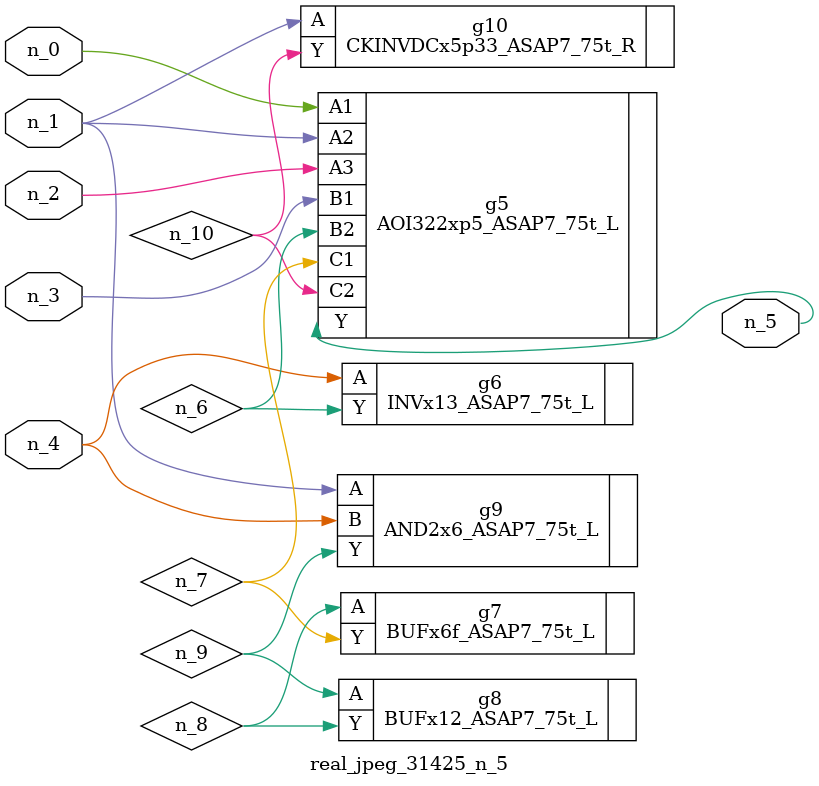
<source format=v>
module real_jpeg_31425_n_5 (n_4, n_0, n_1, n_2, n_3, n_5);

input n_4;
input n_0;
input n_1;
input n_2;
input n_3;

output n_5;

wire n_8;
wire n_6;
wire n_7;
wire n_10;
wire n_9;

AOI322xp5_ASAP7_75t_L g5 ( 
.A1(n_0),
.A2(n_1),
.A3(n_2),
.B1(n_3),
.B2(n_6),
.C1(n_7),
.C2(n_10),
.Y(n_5)
);

AND2x6_ASAP7_75t_L g9 ( 
.A(n_1),
.B(n_4),
.Y(n_9)
);

CKINVDCx5p33_ASAP7_75t_R g10 ( 
.A(n_1),
.Y(n_10)
);

INVx13_ASAP7_75t_L g6 ( 
.A(n_4),
.Y(n_6)
);

BUFx6f_ASAP7_75t_L g7 ( 
.A(n_8),
.Y(n_7)
);

BUFx12_ASAP7_75t_L g8 ( 
.A(n_9),
.Y(n_8)
);


endmodule
</source>
